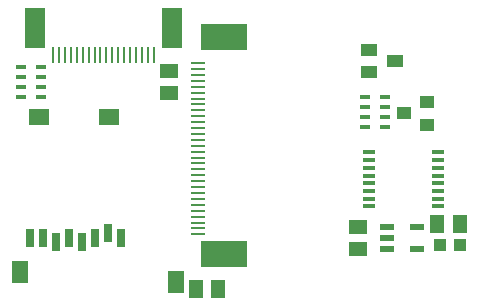
<source format=gbr>
G04 EAGLE Gerber RS-274X export*
G75*
%MOMM*%
%FSLAX34Y34*%
%LPD*%
%INSolderpaste Top*%
%IPPOS*%
%AMOC8*
5,1,8,0,0,1.08239X$1,22.5*%
G01*
%ADD10R,1.400000X1.900000*%
%ADD11R,1.800000X1.400000*%
%ADD12R,0.700000X1.500000*%
%ADD13R,1.200000X0.550000*%
%ADD14R,1.500000X1.240000*%
%ADD15R,1.240000X1.500000*%
%ADD16R,1.200000X1.000000*%
%ADD17R,1.075000X1.000000*%
%ADD18R,0.990600X0.304800*%
%ADD19R,1.400000X1.000000*%
%ADD20R,0.250000X1.400000*%
%ADD21R,1.800000X3.500000*%
%ADD22R,1.250000X0.280000*%
%ADD23R,4.000000X2.300000*%
%ADD24R,0.900000X0.450000*%


D10*
X63690Y27160D03*
X195690Y18160D03*
D11*
X79690Y158160D03*
X139690Y158160D03*
D12*
X72690Y56160D03*
X83690Y56160D03*
X94690Y52160D03*
X105690Y56160D03*
X116690Y52160D03*
X127690Y56160D03*
X138690Y60160D03*
X149690Y56160D03*
D13*
X374350Y65380D03*
X374350Y55880D03*
X374350Y46380D03*
X400350Y46380D03*
X400350Y65380D03*
D14*
X350520Y65380D03*
X350520Y46380D03*
X190500Y178460D03*
X190500Y197460D03*
D15*
X417220Y67310D03*
X436220Y67310D03*
D16*
X388780Y161290D03*
X408780Y170790D03*
X408780Y151790D03*
D17*
X419490Y49530D03*
X436490Y49530D03*
D15*
X212750Y12700D03*
X231750Y12700D03*
D18*
X417798Y82660D03*
X417798Y89160D03*
X417798Y95660D03*
X417798Y102160D03*
X417798Y108660D03*
X417798Y115160D03*
X417798Y121660D03*
X417798Y128160D03*
X359442Y128160D03*
X359442Y121660D03*
X359442Y115160D03*
X359442Y108660D03*
X359442Y102160D03*
X359442Y95660D03*
X359442Y89160D03*
X359442Y82660D03*
D19*
X381840Y205740D03*
X359840Y196240D03*
X359840Y215240D03*
D20*
X92120Y210710D03*
X97120Y210710D03*
X102120Y210710D03*
X107120Y210710D03*
X112120Y210710D03*
X117120Y210710D03*
X122120Y210710D03*
X127120Y210710D03*
X132120Y210710D03*
X137120Y210710D03*
X142120Y210710D03*
X147120Y210710D03*
X152120Y210710D03*
X157120Y210710D03*
X162120Y210710D03*
X167120Y210710D03*
X172120Y210710D03*
X177120Y210710D03*
D21*
X192620Y233770D03*
X76620Y233770D03*
D22*
X214510Y173850D03*
X214510Y168850D03*
X214510Y163850D03*
X214510Y158850D03*
X214510Y153850D03*
X214510Y148850D03*
X214510Y143850D03*
X214510Y138850D03*
X214510Y133850D03*
X214510Y128850D03*
X214510Y123850D03*
X214510Y118850D03*
X214510Y113850D03*
X214510Y108850D03*
X214510Y103850D03*
X214510Y98850D03*
X214510Y93850D03*
X214510Y88850D03*
X214510Y83850D03*
X214510Y78850D03*
X214510Y73850D03*
X214510Y68850D03*
X214510Y63850D03*
X214510Y58850D03*
D23*
X237070Y42150D03*
X237070Y225550D03*
D22*
X214510Y178850D03*
X214510Y183850D03*
X214510Y188850D03*
X214510Y193850D03*
X214510Y198850D03*
X214510Y203850D03*
D24*
X372990Y175560D03*
X355990Y175560D03*
X372990Y166560D03*
X372990Y158560D03*
X372990Y149560D03*
X355990Y149560D03*
X355990Y166560D03*
X355990Y158560D03*
X82160Y200960D03*
X65160Y200960D03*
X82160Y191960D03*
X82160Y183960D03*
X82160Y174960D03*
X65160Y174960D03*
X65160Y191960D03*
X65160Y183960D03*
M02*

</source>
